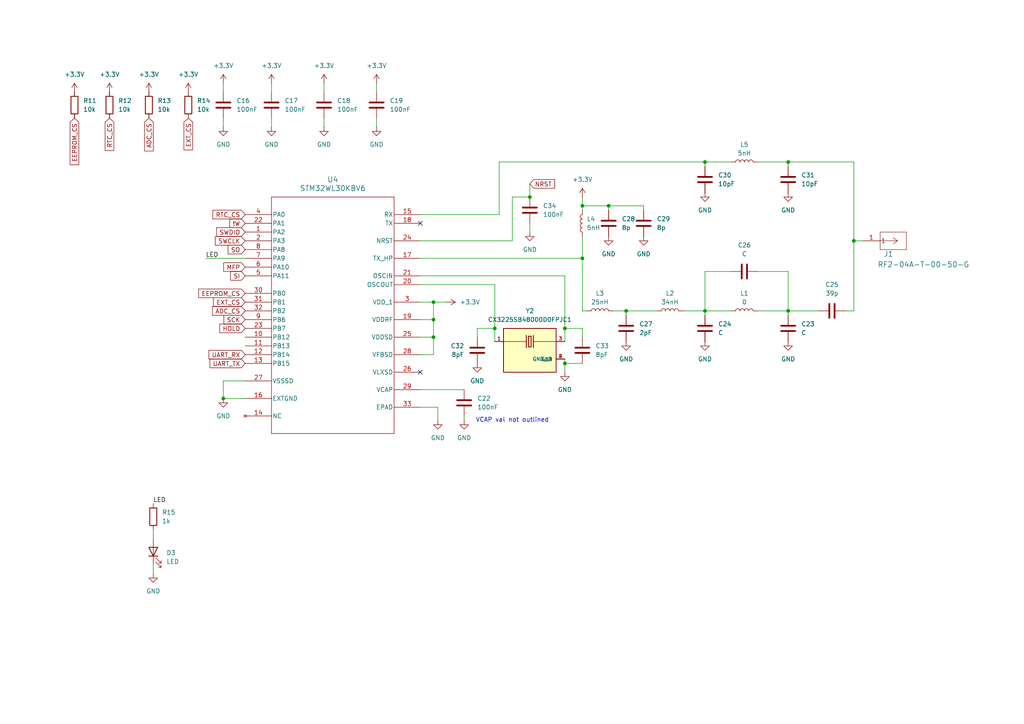
<source format=kicad_sch>
(kicad_sch (version 20250114) (generator "eeschema") (generator_version "9.0")
  (paper "A4")
  (lib_symbols
    (symbol "CX3225SB48000D0FPJC1:CX3225SB48000D0FPJC1" (pin_names (offset 1.016))
      (property "Reference" "Y" (at -7.6372 7.6315 0))
      (property "Value" "CX3225SB48000D0FPJC1" (at -7.6305 -8.8987 0))
      (symbol "CX3225SB48000D0FPJC1_0_0"
        (rectangle (start -7.62 -6.35) (end 7.62 6.35) (stroke (width 0.254)) (fill (type background)))
        (polyline (pts (xy -1.016 4.318) (xy -1.016 0.762)) (stroke (width 0.254)))
        (polyline (pts (xy -1.016 2.54) (xy -7.62 2.54)) (stroke (width 0.1524)))
        (polyline (pts (xy -0.381 4.064) (xy -0.381 1.016)) (stroke (width 0.254)))
        (polyline (pts (xy -0.381 1.016) (xy 0.381 1.016)) (stroke (width 0.254)))
        (polyline (pts (xy 0.381 4.064) (xy -0.381 4.064)) (stroke (width 0.254)))
        (polyline (pts (xy 0.381 1.016) (xy 0.381 4.064)) (stroke (width 0.254)))
        (polyline (pts (xy 1.016 4.318) (xy 1.016 0.762)) (stroke (width 0.254)))
        (polyline (pts (xy 1.016 2.54) (xy 7.62 2.54)) (stroke (width 0.1524)))
        (pin passive line (at -10.16 2.54 0) (length 2.54) (name "~") (number "1"))
        (pin passive line (at 10.16 2.54 180) (length 2.54) (name "~") (number "3"))
        (pin power_in line (at 10.16 -2.54 180) (length 2.54) (name "GND") (number "2"))
        (pin power_in line (at 10.16 -2.54 180) (length 2.54) (name "GND__1") (number "4"))
      )
    )
    (symbol "Device:C" (pin_numbers (hide yes)) (pin_names (offset 0.254))
      (property "Reference" "C" (at 0.635 2.54 0))
      (property "Value" "C" (at 0.635 -2.54 0))
      (symbol "C_0_1"
        (polyline (pts (xy -2.032 0.762) (xy 2.032 0.762)) (stroke (width 0.508)))
        (polyline (pts (xy -2.032 -0.762) (xy 2.032 -0.762)) (stroke (width 0.508)))
      )
      (symbol "C_1_1"
        (pin passive line (at 0 3.81 270) (length 2.794) (name "~") (number "1"))
        (pin passive line (at 0 -3.81 90) (length 2.794) (name "~") (number "2"))
      )
    )
    (symbol "Device:L" (pin_numbers (hide yes)) (pin_names (offset 1.016) (hide yes))
      (property "Reference" "L" (at -1.27 0 90))
      (property "Value" "L" (at 1.905 0 90))
      (symbol "L_0_1"
        (arc (start 0 2.54) (mid 0.6323 1.905) (end 0 1.27))
        (arc (start 0 1.27) (mid 0.6323 0.635) (end 0 0))
        (arc (start 0 0) (mid 0.6323 -0.635) (end 0 -1.27))
        (arc (start 0 -1.27) (mid 0.6323 -1.905) (end 0 -2.54))
      )
      (symbol "L_1_1"
        (pin passive line (at 0 3.81 270) (length 1.27) (name "1") (number "1"))
        (pin passive line (at 0 -3.81 90) (length 1.27) (name "2") (number "2"))
      )
    )
    (symbol "Device:LED" (pin_numbers (hide yes)) (pin_names (offset 1.016) (hide yes))
      (property "Reference" "D" (at 0 2.54 0))
      (property "Value" "LED" (at 0 -2.54 0))
      (symbol "LED_0_1"
        (polyline (pts (xy -3.048 -0.762) (xy -4.572 -2.286) (xy -3.81 -2.286) (xy -4.572 -2.286) (xy -4.572 -1.524)))
        (polyline (pts (xy -1.778 -0.762) (xy -3.302 -2.286) (xy -2.54 -2.286) (xy -3.302 -2.286) (xy -3.302 -1.524)))
        (polyline (pts (xy -1.27 0) (xy 1.27 0)))
        (polyline (pts (xy -1.27 -1.27) (xy -1.27 1.27)) (stroke (width 0.254)))
        (polyline (pts (xy 1.27 -1.27) (xy 1.27 1.27) (xy -1.27 0) (xy 1.27 -1.27)) (stroke (width 0.254)))
      )
      (symbol "LED_1_1"
        (pin passive line (at -3.81 0 0) (length 2.54) (name "K") (number "1"))
        (pin passive line (at 3.81 0 180) (length 2.54) (name "A") (number "2"))
      )
    )
    (symbol "Device:R" (pin_numbers (hide yes)) (pin_names (offset 0))
      (property "Reference" "R" (at 2.032 0 90))
      (property "Value" "R" (at 0 0 90))
      (symbol "R_0_1"
        (rectangle (start -1.016 -2.54) (end 1.016 2.54) (stroke (width 0.254)))
      )
      (symbol "R_1_1"
        (pin passive line (at 0 3.81 270) (length 1.27) (name "~") (number "1"))
        (pin passive line (at 0 -3.81 90) (length 1.27) (name "~") (number "2"))
      )
    )
    (symbol "RF2_04A_T_00_50_G:RF2-04A-T-00-50-G" (pin_names (offset 0.254))
      (property "Reference" "J" (at 8.89 6.35 0))
      (property "Value" "RF2-04A-T-00-50-G" (at 0 0 0))
      (symbol "RF2-04A-T-00-50-G_1_1"
        (polyline (pts (xy 5.08 2.54) (xy 5.08 -2.54)) (stroke (width 0.127)))
        (polyline (pts (xy 5.08 -2.54) (xy 12.7 -2.54)) (stroke (width 0.127)))
        (polyline (pts (xy 10.16 0) (xy 5.08 0)) (stroke (width 0.127)))
        (polyline (pts (xy 10.16 0) (xy 8.89 0.8467)) (stroke (width 0.127)))
        (polyline (pts (xy 10.16 0) (xy 8.89 -0.8467)) (stroke (width 0.127)))
        (polyline (pts (xy 12.7 2.54) (xy 5.08 2.54)) (stroke (width 0.127)))
        (polyline (pts (xy 12.7 -2.54) (xy 12.7 2.54)) (stroke (width 0.127)))
        (pin unspecified line (at 0 0 0) (length 5.08) (name "1") (number "1"))
      )
      (symbol "RF2-04A-T-00-50-G_1_2"
        (polyline (pts (xy 5.08 2.54) (xy 5.08 -2.54)) (stroke (width 0.127)))
        (polyline (pts (xy 5.08 -2.54) (xy 12.7 -2.54)) (stroke (width 0.127)))
        (polyline (pts (xy 7.62 0) (xy 5.08 0)) (stroke (width 0.127)))
        (polyline (pts (xy 7.62 0) (xy 8.89 0.8467)) (stroke (width 0.127)))
        (polyline (pts (xy 7.62 0) (xy 8.89 -0.8467)) (stroke (width 0.127)))
        (polyline (pts (xy 12.7 2.54) (xy 5.08 2.54)) (stroke (width 0.127)))
        (polyline (pts (xy 12.7 -2.54) (xy 12.7 2.54)) (stroke (width 0.127)))
        (pin unspecified line (at 0 0 0) (length 5.08) (name "1") (number "1"))
      )
    )
    (symbol "STM32WL30KBV6:STM32WL30KBV6" (pin_names (offset 0.254))
      (property "Reference" "U" (at 25.4 10.16 0))
      (property "Value" "STM32WL30KBV6" (at 25.4 7.62 0))
      (symbol "STM32WL30KBV6_0_1"
        (polyline (pts (xy 7.62 5.08) (xy 7.62 -63.5)))
        (polyline (pts (xy 7.62 -63.5) (xy 43.18 -63.5)))
        (polyline (pts (xy 43.18 5.08) (xy 7.62 5.08)))
        (polyline (pts (xy 43.18 -63.5) (xy 43.18 5.08)))
        (pin bidirectional line (at 0 0 0) (length 7.62) (name "PA0") (number "4"))
        (pin bidirectional line (at 0 -2.54 0) (length 7.62) (name "PA1") (number "22"))
        (pin bidirectional line (at 0 -5.08 0) (length 7.62) (name "PA2") (number "1"))
        (pin bidirectional line (at 0 -7.62 0) (length 7.62) (name "PA3") (number "2"))
        (pin bidirectional line (at 0 -10.16 0) (length 7.62) (name "PA8") (number "8"))
        (pin bidirectional line (at 0 -12.7 0) (length 7.62) (name "PA9") (number "7"))
        (pin bidirectional line (at 0 -15.24 0) (length 7.62) (name "PA10") (number "6"))
        (pin bidirectional line (at 0 -17.78 0) (length 7.62) (name "PA11") (number "5"))
        (pin bidirectional line (at 0 -22.86 0) (length 7.62) (name "PB0") (number "30"))
        (pin bidirectional line (at 0 -25.4 0) (length 7.62) (name "PB1") (number "31"))
        (pin bidirectional line (at 0 -27.94 0) (length 7.62) (name "PB2") (number "32"))
        (pin bidirectional line (at 0 -30.48 0) (length 7.62) (name "PB6") (number "9"))
        (pin bidirectional line (at 0 -33.02 0) (length 7.62) (name "PB7") (number "23"))
        (pin bidirectional line (at 0 -35.56 0) (length 7.62) (name "PB12") (number "10"))
        (pin bidirectional line (at 0 -38.1 0) (length 7.62) (name "PB13") (number "11"))
        (pin bidirectional line (at 0 -40.64 0) (length 7.62) (name "PB14") (number "12"))
        (pin bidirectional line (at 0 -43.18 0) (length 7.62) (name "PB15") (number "13"))
        (pin power_in line (at 0 -48.26 0) (length 7.62) (name "VSSSD") (number "27"))
        (pin power_in line (at 0 -53.34 0) (length 7.62) (name "EXTGND") (number "16"))
        (pin no_connect line (at 0 -58.42 0) (length 7.62) (name "NC") (number "14"))
        (pin unspecified line (at 50.8 0 180) (length 7.62) (name "RX") (number "15"))
        (pin unspecified line (at 50.8 -2.54 180) (length 7.62) (name "TX") (number "18"))
        (pin bidirectional line (at 50.8 -7.62 180) (length 7.62) (name "NRST") (number "24"))
        (pin unspecified line (at 50.8 -12.7 180) (length 7.62) (name "TX_HP") (number "17"))
        (pin input line (at 50.8 -17.78 180) (length 7.62) (name "OSCIN") (number "21"))
        (pin output line (at 50.8 -20.32 180) (length 7.62) (name "OSCOUT") (number "20"))
        (pin power_in line (at 50.8 -25.4 180) (length 7.62) (name "VDD_1") (number "3"))
        (pin power_in line (at 50.8 -30.48 180) (length 7.62) (name "VDDRF") (number "19"))
        (pin power_in line (at 50.8 -35.56 180) (length 7.62) (name "VDDSD") (number "25"))
        (pin power_in line (at 50.8 -40.64 180) (length 7.62) (name "VFBSD") (number "28"))
        (pin power_in line (at 50.8 -45.72 180) (length 7.62) (name "VLXSD") (number "26"))
        (pin power_in line (at 50.8 -50.8 180) (length 7.62) (name "VCAP") (number "29"))
        (pin unspecified line (at 50.8 -55.88 180) (length 7.62) (name "EPAD") (number "33"))
      )
    )
    (symbol "power:+3.3V" (power) (pin_numbers (hide yes)) (pin_names (offset 0) (hide yes))
      (property "Value" "+3.3V" (at 0 3.556 0))
      (symbol "+3.3V_0_1"
        (polyline (pts (xy -0.762 1.27) (xy 0 2.54)))
        (polyline (pts (xy 0 2.54) (xy 0.762 1.27)))
        (polyline (pts (xy 0 0) (xy 0 2.54)))
      )
      (symbol "+3.3V_1_1"
        (pin power_in line (at 0 0 90) (length 0) (name "~") (number "1"))
      )
    )
    (symbol "power:GND" (power) (pin_numbers (hide yes)) (pin_names (offset 0) (hide yes))
      (property "Value" "GND" (at 0 -3.81 0))
      (symbol "GND_0_1"
        (polyline (pts (xy 0 0) (xy 0 -1.27) (xy 1.27 -1.27) (xy 0 -2.54) (xy -1.27 -1.27) (xy 0 -1.27)))
      )
      (symbol "GND_1_1"
        (pin power_in line (at 0 0 270) (length 0) (name "~") (number "1"))
      )
    )
  )
  (text "VCAP val not outlined" (at 148.59 121.92 0) (effects (font (size 1.27 1.27))))
  (junction (at 247.65 69.85))
  (junction (at 168.91 59.69))
  (junction (at 153.67 57.15))
  (junction (at 163.83 105.41))
  (junction (at 125.73 92.71))
  (junction (at 228.6 90.17))
  (junction (at 181.61 90.17))
  (junction (at 125.73 87.63))
  (junction (at 64.77 115.57))
  (junction (at 143.51 95.25))
  (junction (at 168.91 74.93))
  (junction (at 228.6 46.99))
  (junction (at 163.83 95.25))
  (junction (at 204.47 90.17))
  (junction (at 176.53 59.69))
  (junction (at 125.73 97.79))
  (junction (at 204.47 46.99))
  (no_connect (at 121.92 107.95))
  (no_connect (at 121.92 64.77))
  (wire (pts (xy 109.22 24.13) (xy 109.22 26.67)))
  (wire (pts (xy 204.47 90.17) (xy 212.09 90.17)))
  (wire (pts (xy 121.92 118.11) (xy 127 118.11)))
  (wire (pts (xy 168.91 90.17) (xy 170.18 90.17)))
  (wire (pts (xy 125.73 102.87) (xy 121.92 102.87)))
  (wire (pts (xy 153.67 64.77) (xy 153.67 67.31)))
  (wire (pts (xy 176.53 60.96) (xy 176.53 59.69)))
  (wire (pts (xy 153.67 53.34) (xy 153.67 57.15)))
  (wire (pts (xy 138.43 97.79) (xy 138.43 95.25)))
  (wire (pts (xy 204.47 90.17) (xy 204.47 91.44)))
  (wire (pts (xy 168.91 90.17) (xy 168.91 74.93)))
  (wire (pts (xy 247.65 69.85) (xy 247.65 46.99)))
  (wire (pts (xy 44.45 153.67) (xy 44.45 156.21)))
  (wire (pts (xy 93.98 34.29) (xy 93.98 36.83)))
  (wire (pts (xy 121.92 113.03) (xy 134.62 113.03)))
  (wire (pts (xy 163.83 80.01) (xy 163.83 95.25)))
  (wire (pts (xy 143.51 95.25) (xy 143.51 82.55)))
  (wire (pts (xy 138.43 95.25) (xy 143.51 95.25)))
  (wire (pts (xy 148.59 57.15) (xy 148.59 69.85)))
  (wire (pts (xy 143.51 99.06) (xy 143.51 95.25)))
  (wire (pts (xy 127 118.11) (xy 127 121.92)))
  (wire (pts (xy 228.6 90.17) (xy 237.49 90.17)))
  (wire (pts (xy 148.59 57.15) (xy 153.67 57.15)))
  (wire (pts (xy 93.98 24.13) (xy 93.98 26.67)))
  (wire (pts (xy 64.77 24.13) (xy 64.77 26.67)))
  (wire (pts (xy 134.62 120.65) (xy 134.62 121.92)))
  (wire (pts (xy 78.74 24.13) (xy 78.74 26.67)))
  (wire (pts (xy 247.65 90.17) (xy 247.65 69.85)))
  (wire (pts (xy 148.59 69.85) (xy 121.92 69.85)))
  (wire (pts (xy 168.91 57.15) (xy 168.91 59.69)))
  (wire (pts (xy 64.77 34.29) (xy 64.77 36.83)))
  (wire (pts (xy 168.91 97.79) (xy 168.91 95.25)))
  (wire (pts (xy 59.69 74.93) (xy 71.12 74.93)))
  (wire (pts (xy 109.22 34.29) (xy 109.22 36.83)))
  (wire (pts (xy 190.5 90.17) (xy 181.61 90.17)))
  (wire (pts (xy 125.73 97.79) (xy 125.73 102.87)))
  (wire (pts (xy 212.09 78.74) (xy 204.47 78.74)))
  (wire (pts (xy 125.73 97.79) (xy 121.92 97.79)))
  (wire (pts (xy 228.6 46.99) (xy 228.6 48.26)))
  (wire (pts (xy 247.65 69.85) (xy 250.19 69.85)))
  (wire (pts (xy 204.47 46.99) (xy 212.09 46.99)))
  (wire (pts (xy 168.91 59.69) (xy 176.53 59.69)))
  (wire (pts (xy 71.12 110.49) (xy 64.77 110.49)))
  (wire (pts (xy 168.91 74.93) (xy 121.92 74.93)))
  (wire (pts (xy 163.83 105.41) (xy 163.83 104.14)))
  (wire (pts (xy 144.78 62.23) (xy 144.78 46.99)))
  (wire (pts (xy 121.92 87.63) (xy 125.73 87.63)))
  (wire (pts (xy 64.77 115.57) (xy 71.12 115.57)))
  (wire (pts (xy 163.83 80.01) (xy 121.92 80.01)))
  (wire (pts (xy 121.92 62.23) (xy 144.78 62.23)))
  (wire (pts (xy 204.47 78.74) (xy 204.47 90.17)))
  (wire (pts (xy 228.6 78.74) (xy 228.6 90.17)))
  (wire (pts (xy 168.91 68.58) (xy 168.91 74.93)))
  (wire (pts (xy 44.45 166.37) (xy 44.45 163.83)))
  (wire (pts (xy 198.12 90.17) (xy 204.47 90.17)))
  (wire (pts (xy 144.78 46.99) (xy 204.47 46.99)))
  (wire (pts (xy 168.91 95.25) (xy 163.83 95.25)))
  (wire (pts (xy 163.83 107.95) (xy 163.83 105.41)))
  (wire (pts (xy 186.69 59.69) (xy 176.53 59.69)))
  (wire (pts (xy 125.73 92.71) (xy 125.73 97.79)))
  (wire (pts (xy 125.73 87.63) (xy 129.54 87.63)))
  (wire (pts (xy 219.71 90.17) (xy 228.6 90.17)))
  (wire (pts (xy 219.71 46.99) (xy 228.6 46.99)))
  (wire (pts (xy 186.69 60.96) (xy 186.69 59.69)))
  (wire (pts (xy 247.65 46.99) (xy 228.6 46.99)))
  (wire (pts (xy 143.51 82.55) (xy 121.92 82.55)))
  (wire (pts (xy 121.92 92.71) (xy 125.73 92.71)))
  (wire (pts (xy 64.77 110.49) (xy 64.77 115.57)))
  (wire (pts (xy 204.47 46.99) (xy 204.47 48.26)))
  (wire (pts (xy 177.8 90.17) (xy 181.61 90.17)))
  (wire (pts (xy 245.11 90.17) (xy 247.65 90.17)))
  (wire (pts (xy 125.73 92.71) (xy 125.73 87.63)))
  (wire (pts (xy 181.61 90.17) (xy 181.61 91.44)))
  (wire (pts (xy 219.71 78.74) (xy 228.6 78.74)))
  (wire (pts (xy 168.91 59.69) (xy 168.91 60.96)))
  (wire (pts (xy 163.83 99.06) (xy 163.83 95.25)))
  (wire (pts (xy 78.74 34.29) (xy 78.74 36.83)))
  (wire (pts (xy 228.6 90.17) (xy 228.6 91.44)))
  (wire (pts (xy 163.83 105.41) (xy 168.91 105.41)))
  (label "LED" (at 59.69 74.93 0))
  (label "LED" (at 44.45 146.05 0))
  (global_label "SO" (shape input) (at 71.12 72.39 180) (property "Intersheetrefs" "${INTERSHEET_REFS}" (effects (hide yes))))
  (global_label "EEPROM_CS" (shape input) (at 21.59 34.29 270) (property "Intersheetrefs" "${INTERSHEET_REFS}" (effects (hide yes))))
  (global_label "UART_RX" (shape input) (at 71.12 102.87 180) (property "Intersheetrefs" "${INTERSHEET_REFS}" (effects (hide yes))))
  (global_label "SWCLK" (shape input) (at 71.12 69.85 180) (property "Intersheetrefs" "${INTERSHEET_REFS}" (effects (hide yes))))
  (global_label "ADC_CS" (shape input) (at 43.18 34.29 270) (property "Intersheetrefs" "${INTERSHEET_REFS}" (effects (hide yes))))
  (global_label "EXT_CS" (shape input) (at 54.61 34.29 270) (property "Intersheetrefs" "${INTERSHEET_REFS}" (effects (hide yes))))
  (global_label "HOLD" (shape input) (at 71.12 95.25 180) (property "Intersheetrefs" "${INTERSHEET_REFS}" (effects (hide yes))))
  (global_label "MFP" (shape input) (at 71.12 77.47 180) (property "Intersheetrefs" "${INTERSHEET_REFS}" (effects (hide yes))))
  (global_label "RTC_CS" (shape input) (at 31.75 34.29 270) (property "Intersheetrefs" "${INTERSHEET_REFS}" (effects (hide yes))))
  (global_label "SI" (shape input) (at 71.12 80.01 180) (property "Intersheetrefs" "${INTERSHEET_REFS}" (effects (hide yes))))
  (global_label "SWDIO" (shape input) (at 71.12 67.31 180) (property "Intersheetrefs" "${INTERSHEET_REFS}" (effects (hide yes))))
  (global_label "UART_TX" (shape input) (at 71.12 105.41 180) (property "Intersheetrefs" "${INTERSHEET_REFS}" (effects (hide yes))))
  (global_label "EEPROM_CS" (shape input) (at 71.12 85.09 180) (property "Intersheetrefs" "${INTERSHEET_REFS}" (effects (hide yes))))
  (global_label "ADC_CS" (shape input) (at 71.12 90.17 180) (property "Intersheetrefs" "${INTERSHEET_REFS}" (effects (hide yes))))
  (global_label "!W" (shape input) (at 71.12 64.77 180) (property "Intersheetrefs" "${INTERSHEET_REFS}" (effects (hide yes))))
  (global_label "RTC_CS" (shape input) (at 71.12 62.23 180) (property "Intersheetrefs" "${INTERSHEET_REFS}" (effects (hide yes))))
  (global_label "EXT_CS" (shape input) (at 71.12 87.63 180) (property "Intersheetrefs" "${INTERSHEET_REFS}" (effects (hide yes))))
  (global_label "SCK" (shape input) (at 71.12 92.71 180) (property "Intersheetrefs" "${INTERSHEET_REFS}" (effects (hide yes))))
  (global_label "NRST" (shape input) (at 153.67 53.34 0) (property "Intersheetrefs" "${INTERSHEET_REFS}" (effects (hide yes))))
  (symbol (lib_id "Device:R") (at 54.61 30.48 0) (unit 1)
    (property "Reference" "R14" (at 57.15 29.2099 0) (effects (justify left)))
    (property "Value" "10k" (at 57.15 31.7499 0) (effects (justify left)))
    (property "Footprint" "Resistor_SMD:R_0603_1608Metric_Pad0.98x0.95mm_HandSolder" (effects (hide yes)))
    (property "Description" "Resistor" (effects (hide yes)))
  )
  (symbol (lib_id "Device:C") (at 215.9 78.74 90) (unit 1)
    (property "Reference" "C26" (at 215.9 71.12 90))
    (property "Value" "C" (at 215.9 73.66 90))
    (property "Footprint" "Capacitor_SMD:C_0603_1608Metric_Pad1.08x0.95mm_HandSolder" (effects (hide yes)))
    (property "Description" "Unpolarized capacitor" (effects (hide yes)))
  )
  (symbol (lib_id "power:+3.3V") (at 21.59 26.67 0) (unit 1)
    (property "Reference" "#PWR061" (effects (hide yes)))
    (property "Value" "+3.3V" (at 21.59 21.59 0))
    (property "Description" "Power symbol creates a global label with name \"+3.3V\"" (effects (hide yes)))
  )
  (symbol (lib_id "Device:C") (at 204.47 52.07 0) (unit 1)
    (property "Reference" "C30" (at 208.28 50.7999 0) (effects (justify left)))
    (property "Value" "10pF" (at 208.28 53.3399 0) (effects (justify left)))
    (property "Footprint" "Capacitor_SMD:C_0603_1608Metric_Pad1.08x0.95mm_HandSolder" (effects (hide yes)))
    (property "Description" "Unpolarized capacitor" (effects (hide yes)))
  )
  (symbol (lib_id "power:GND") (at 93.98 36.83 0) (unit 1)
    (property "Reference" "#PWR040" (effects (hide yes)))
    (property "Value" "GND" (at 93.98 41.91 0))
    (property "Description" "Power symbol creates a global label with name \"GND\" , ground" (effects (hide yes)))
  )
  (symbol (lib_id "power:+3.3V") (at 93.98 24.13 0) (unit 1)
    (property "Reference" "#PWR039" (effects (hide yes)))
    (property "Value" "+3.3V" (at 93.98 19.05 0))
    (property "Description" "Power symbol creates a global label with name \"+3.3V\"" (effects (hide yes)))
  )
  (symbol (lib_id "power:GND") (at 153.67 67.31 0) (unit 1)
    (property "Reference" "#PWR082" (effects (hide yes)))
    (property "Value" "GND" (at 153.67 72.39 0))
    (property "Description" "Power symbol creates a global label with name \"GND\" , ground" (effects (hide yes)))
  )
  (symbol (lib_id "Device:R") (at 21.59 30.48 0) (unit 1)
    (property "Reference" "R11" (at 24.13 29.2099 0) (effects (justify left)))
    (property "Value" "10k" (at 24.13 31.7499 0) (effects (justify left)))
    (property "Footprint" "Resistor_SMD:R_0603_1608Metric_Pad0.98x0.95mm_HandSolder" (effects (hide yes)))
    (property "Description" "Resistor" (effects (hide yes)))
  )
  (symbol (lib_id "Device:C") (at 134.62 116.84 0) (unit 1)
    (property "Reference" "C22" (at 138.43 115.5699 0) (effects (justify left)))
    (property "Value" "100nF" (at 138.43 118.1099 0) (effects (justify left)))
    (property "Footprint" "Capacitor_SMD:C_0603_1608Metric_Pad1.08x0.95mm_HandSolder" (effects (hide yes)))
    (property "Description" "Unpolarized capacitor" (effects (hide yes)))
  )
  (symbol (lib_id "power:+3.3V") (at 64.77 24.13 0) (unit 1)
    (property "Reference" "#PWR035" (effects (hide yes)))
    (property "Value" "+3.3V" (at 64.77 19.05 0))
    (property "Description" "Power symbol creates a global label with name \"+3.3V\"" (effects (hide yes)))
  )
  (symbol (lib_id "Device:R") (at 43.18 30.48 0) (unit 1)
    (property "Reference" "R13" (at 45.72 29.2099 0) (effects (justify left)))
    (property "Value" "10k" (at 45.72 31.7499 0) (effects (justify left)))
    (property "Footprint" "Resistor_SMD:R_0603_1608Metric_Pad0.98x0.95mm_HandSolder" (effects (hide yes)))
    (property "Description" "Resistor" (effects (hide yes)))
  )
  (symbol (lib_id "CX3225SB48000D0FPJC1:CX3225SB48000D0FPJC1") (at 153.67 101.6 0) (unit 1)
    (property "Reference" "Y2" (at 153.67 90.17 0))
    (property "Value" "CX3225SB48000D0FPJC1" (at 153.67 92.71 0))
    (property "Footprint" "Footprints:OSCCC320X250X60N" (effects (hide yes)))
    (property "MF" "Kyocera International" (effects (hide yes)))
    (property "DESCRIPTION" "Crystal 25.0000mhz 8pf Smd" (effects (hide yes)))
    (property "PACKAGE" "SMD-4 AVX / Kyocera" (effects (hide yes)))
    (property "PRICE" "None" (effects (hide yes)))
    (property "STANDARD" "IPC-7351B" (effects (hide yes)))
    (property "PARTREV" "N/A" (effects (hide yes)))
    (property "MP" "CX3225SB25000D0FPLCC" (effects (hide yes)))
    (property "AVAILABILITY" "Unavailable" (effects (hide yes)))
  )
  (symbol (lib_id "Device:C") (at 109.22 30.48 0) (unit 1)
    (property "Reference" "C19" (at 113.03 29.2099 0) (effects (justify left)))
    (property "Value" "100nF" (at 113.03 31.7499 0) (effects (justify left)))
    (property "Footprint" "Capacitor_SMD:C_0603_1608Metric_Pad1.08x0.95mm_HandSolder" (effects (hide yes)))
    (property "Description" "Unpolarized capacitor" (effects (hide yes)))
  )
  (symbol (lib_id "power:+3.3V") (at 43.18 26.67 0) (unit 1)
    (property "Reference" "#PWR063" (effects (hide yes)))
    (property "Value" "+3.3V" (at 43.18 21.59 0))
    (property "Description" "Power symbol creates a global label with name \"+3.3V\"" (effects (hide yes)))
  )
  (symbol (lib_id "power:GND") (at 64.77 36.83 0) (unit 1)
    (property "Reference" "#PWR036" (effects (hide yes)))
    (property "Value" "GND" (at 64.77 41.91 0))
    (property "Description" "Power symbol creates a global label with name \"GND\" , ground" (effects (hide yes)))
  )
  (symbol (lib_id "Device:L") (at 173.99 90.17 90) (unit 1)
    (property "Reference" "L3" (at 173.99 85.09 90))
    (property "Value" "25nH" (at 173.99 87.63 90))
    (property "Footprint" "Inductor_SMD:L_0603_1608Metric_Pad1.05x0.95mm_HandSolder" (effects (hide yes)))
    (property "Description" "Inductor" (effects (hide yes)))
  )
  (symbol (lib_id "Device:C") (at 93.98 30.48 0) (unit 1)
    (property "Reference" "C18" (at 97.79 29.2099 0) (effects (justify left)))
    (property "Value" "100nF" (at 97.79 31.7499 0) (effects (justify left)))
    (property "Footprint" "Capacitor_SMD:C_0603_1608Metric_Pad1.08x0.95mm_HandSolder" (effects (hide yes)))
    (property "Description" "Unpolarized capacitor" (effects (hide yes)))
  )
  (symbol (lib_id "power:GND") (at 204.47 99.06 0) (unit 1)
    (property "Reference" "#PWR051" (effects (hide yes)))
    (property "Value" "GND" (at 204.47 104.14 0))
    (property "Description" "Power symbol creates a global label with name \"GND\" , ground" (effects (hide yes)))
  )
  (symbol (lib_id "power:GND") (at 163.83 107.95 0) (unit 1)
    (property "Reference" "#PWR059" (effects (hide yes)))
    (property "Value" "GND" (at 163.83 113.03 0))
    (property "Description" "Power symbol creates a global label with name \"GND\" , ground" (effects (hide yes)))
  )
  (symbol (lib_id "Device:R") (at 31.75 30.48 0) (unit 1)
    (property "Reference" "R12" (at 34.29 29.2099 0) (effects (justify left)))
    (property "Value" "10k" (at 34.29 31.7499 0) (effects (justify left)))
    (property "Footprint" "Resistor_SMD:R_0603_1608Metric_Pad0.98x0.95mm_HandSolder" (effects (hide yes)))
    (property "Description" "Resistor" (effects (hide yes)))
  )
  (symbol (lib_id "Device:C") (at 204.47 95.25 0) (unit 1)
    (property "Reference" "C24" (at 208.28 93.9799 0) (effects (justify left)))
    (property "Value" "C" (at 208.28 96.5199 0) (effects (justify left)))
    (property "Footprint" "Capacitor_SMD:C_0603_1608Metric_Pad1.08x0.95mm_HandSolder" (effects (hide yes)))
    (property "Description" "Unpolarized capacitor" (effects (hide yes)))
  )
  (symbol (lib_id "power:GND") (at 181.61 99.06 0) (unit 1)
    (property "Reference" "#PWR050" (effects (hide yes)))
    (property "Value" "GND" (at 181.61 104.14 0))
    (property "Description" "Power symbol creates a global label with name \"GND\" , ground" (effects (hide yes)))
  )
  (symbol (lib_id "power:GND") (at 186.69 68.58 0) (unit 1)
    (property "Reference" "#PWR053" (effects (hide yes)))
    (property "Value" "GND" (at 186.69 73.66 0))
    (property "Description" "Power symbol creates a global label with name \"GND\" , ground" (effects (hide yes)))
  )
  (symbol (lib_id "power:GND") (at 228.6 55.88 0) (unit 1)
    (property "Reference" "#PWR057" (effects (hide yes)))
    (property "Value" "GND" (at 228.6 60.96 0))
    (property "Description" "Power symbol creates a global label with name \"GND\" , ground" (effects (hide yes)))
  )
  (symbol (lib_id "Device:L") (at 194.31 90.17 90) (unit 1)
    (property "Reference" "L2" (at 194.31 85.09 90))
    (property "Value" "34nH" (at 194.31 87.63 90))
    (property "Footprint" "Inductor_SMD:L_0603_1608Metric_Pad1.05x0.95mm_HandSolder" (effects (hide yes)))
    (property "Description" "Inductor" (effects (hide yes)))
  )
  (symbol (lib_id "Device:C") (at 186.69 64.77 0) (unit 1)
    (property "Reference" "C29" (at 190.5 63.4999 0) (effects (justify left)))
    (property "Value" "8p" (at 190.5 66.0399 0) (effects (justify left)))
    (property "Footprint" "Capacitor_SMD:C_0603_1608Metric_Pad1.08x0.95mm_HandSolder" (effects (hide yes)))
    (property "Description" "Unpolarized capacitor" (effects (hide yes)))
  )
  (symbol (lib_id "power:+3.3V") (at 168.91 57.15 0) (unit 1)
    (property "Reference" "#PWR055" (effects (hide yes)))
    (property "Value" "+3.3V" (at 168.91 52.07 0))
    (property "Description" "Power symbol creates a global label with name \"+3.3V\"" (effects (hide yes)))
  )
  (symbol (lib_id "Device:C") (at 138.43 101.6 0) (mirror y) (unit 1)
    (property "Reference" "C32" (at 134.62 100.3299 0) (effects (justify left)))
    (property "Value" "8pF" (at 134.62 102.8699 0) (effects (justify left)))
    (property "Footprint" "Capacitor_SMD:C_0603_1608Metric_Pad1.08x0.95mm_HandSolder" (effects (hide yes)))
    (property "Description" "Unpolarized capacitor" (effects (hide yes)))
  )
  (symbol (lib_id "Device:R") (at 44.45 149.86 0) (unit 1)
    (property "Reference" "R15" (at 46.99 148.5899 0) (effects (justify left)))
    (property "Value" "1k" (at 46.99 151.1299 0) (effects (justify left)))
    (property "Footprint" "Resistor_SMD:R_0603_1608Metric_Pad0.98x0.95mm_HandSolder" (effects (hide yes)))
    (property "Description" "Resistor" (effects (hide yes)))
  )
  (symbol (lib_id "power:GND") (at 78.74 36.83 0) (unit 1)
    (property "Reference" "#PWR038" (effects (hide yes)))
    (property "Value" "GND" (at 78.74 41.91 0))
    (property "Description" "Power symbol creates a global label with name \"GND\" , ground" (effects (hide yes)))
  )
  (symbol (lib_id "power:GND") (at 44.45 166.37 0) (unit 1)
    (property "Reference" "#PWR083" (effects (hide yes)))
    (property "Value" "GND" (at 44.45 171.45 0))
    (property "Description" "Power symbol creates a global label with name \"GND\" , ground" (effects (hide yes)))
  )
  (symbol (lib_id "power:+3.3V") (at 54.61 26.67 0) (unit 1)
    (property "Reference" "#PWR064" (effects (hide yes)))
    (property "Value" "+3.3V" (at 54.61 21.59 0))
    (property "Description" "Power symbol creates a global label with name \"+3.3V\"" (effects (hide yes)))
  )
  (symbol (lib_id "power:GND") (at 138.43 105.41 0) (unit 1)
    (property "Reference" "#PWR060" (effects (hide yes)))
    (property "Value" "GND" (at 138.43 110.49 0))
    (property "Description" "Power symbol creates a global label with name \"GND\" , ground" (effects (hide yes)))
  )
  (symbol (lib_id "Device:C") (at 64.77 30.48 0) (unit 1)
    (property "Reference" "C16" (at 68.58 29.2099 0) (effects (justify left)))
    (property "Value" "100nF" (at 68.58 31.7499 0) (effects (justify left)))
    (property "Footprint" "Capacitor_SMD:C_0603_1608Metric_Pad1.08x0.95mm_HandSolder" (effects (hide yes)))
    (property "Description" "Unpolarized capacitor" (effects (hide yes)))
  )
  (symbol (lib_id "power:+3.3V") (at 78.74 24.13 0) (unit 1)
    (property "Reference" "#PWR037" (effects (hide yes)))
    (property "Value" "+3.3V" (at 78.74 19.05 0))
    (property "Description" "Power symbol creates a global label with name \"+3.3V\"" (effects (hide yes)))
  )
  (symbol (lib_id "STM32WL30KBV6:STM32WL30KBV6") (at 71.12 62.23 0) (unit 1)
    (property "Reference" "U4" (at 96.52 52.07 0) (effects (font (size 1.524 1.524))))
    (property "Value" "STM32WL30KBV6" (at 96.52 54.61 0) (effects (font (size 1.524 1.524))))
    (property "Footprint" "Footprints:STM32WL30KBV6-L" (effects (hide yes)))
    (property "Datasheet" "https://www.st.com/resource/en/datasheet/stm32wl30k8.pdf" (effects (hide yes)))
  )
  (symbol (lib_id "power:GND") (at 228.6 99.06 0) (unit 1)
    (property "Reference" "#PWR052" (effects (hide yes)))
    (property "Value" "GND" (at 228.6 104.14 0))
    (property "Description" "Power symbol creates a global label with name \"GND\" , ground" (effects (hide yes)))
  )
  (symbol (lib_id "RF2_04A_T_00_50_G:RF2-04A-T-00-50-G") (at 250.19 69.85 0) (unit 1)
    (property "Reference" "J1" (at 256.286 73.66 0) (effects (font (size 1.524 1.524)) (justify left)))
    (property "Value" "RF2-04A-T-00-50-G" (at 254.508 76.708 0) (effects (font (size 1.524 1.524)) (justify left)))
    (property "Footprint" "Footprints:CONN_RF2-04A-T-00-50-G_ADM" (effects (hide yes)))
    (property "Datasheet" "RF2-04A-T-00-50-G" (effects (hide yes)))
  )
  (symbol (lib_id "Device:C") (at 168.91 101.6 0) (unit 1)
    (property "Reference" "C33" (at 172.72 100.3299 0) (effects (justify left)))
    (property "Value" "8pF" (at 172.72 102.8699 0) (effects (justify left)))
    (property "Footprint" "Capacitor_SMD:C_0603_1608Metric_Pad1.08x0.95mm_HandSolder" (effects (hide yes)))
    (property "Description" "Unpolarized capacitor" (effects (hide yes)))
  )
  (symbol (lib_id "Device:L") (at 168.91 64.77 180) (unit 1)
    (property "Reference" "L4" (at 170.18 63.4999 0) (effects (justify right)))
    (property "Value" "5nH" (at 170.18 66.0399 0) (effects (justify right)))
    (property "Footprint" "Inductor_SMD:L_0603_1608Metric_Pad1.05x0.95mm_HandSolder" (effects (hide yes)))
    (property "Description" "Inductor" (effects (hide yes)))
  )
  (symbol (lib_id "Device:L") (at 215.9 46.99 90) (unit 1)
    (property "Reference" "L5" (at 215.9 41.91 90))
    (property "Value" "5nH" (at 215.9 44.45 90))
    (property "Footprint" "Inductor_SMD:L_0603_1608Metric_Pad1.05x0.95mm_HandSolder" (effects (hide yes)))
    (property "Description" "Inductor" (effects (hide yes)))
  )
  (symbol (lib_id "power:GND") (at 204.47 55.88 0) (unit 1)
    (property "Reference" "#PWR056" (effects (hide yes)))
    (property "Value" "GND" (at 204.47 60.96 0))
    (property "Description" "Power symbol creates a global label with name \"GND\" , ground" (effects (hide yes)))
  )
  (symbol (lib_id "power:GND") (at 64.77 115.57 0) (unit 1)
    (property "Reference" "#PWR049" (effects (hide yes)))
    (property "Value" "GND" (at 64.77 120.65 0))
    (property "Description" "Power symbol creates a global label with name \"GND\" , ground" (effects (hide yes)))
  )
  (symbol (lib_id "power:+3.3V") (at 129.54 87.63 270) (unit 1)
    (property "Reference" "#PWR058" (effects (hide yes)))
    (property "Value" "+3.3V" (at 133.35 87.6299 90) (effects (justify left)))
    (property "Description" "Power symbol creates a global label with name \"+3.3V\"" (effects (hide yes)))
  )
  (symbol (lib_id "power:+3.3V") (at 31.75 26.67 0) (unit 1)
    (property "Reference" "#PWR062" (effects (hide yes)))
    (property "Value" "+3.3V" (at 31.75 21.59 0))
    (property "Description" "Power symbol creates a global label with name \"+3.3V\"" (effects (hide yes)))
  )
  (symbol (lib_id "Device:C") (at 228.6 95.25 0) (unit 1)
    (property "Reference" "C23" (at 232.41 93.9799 0) (effects (justify left)))
    (property "Value" "C" (at 232.41 96.5199 0) (effects (justify left)))
    (property "Footprint" "Capacitor_SMD:C_0603_1608Metric_Pad1.08x0.95mm_HandSolder" (effects (hide yes)))
    (property "Description" "Unpolarized capacitor" (effects (hide yes)))
  )
  (symbol (lib_id "Device:C") (at 228.6 52.07 0) (unit 1)
    (property "Reference" "C31" (at 232.41 50.7999 0) (effects (justify left)))
    (property "Value" "10pF" (at 232.41 53.3399 0) (effects (justify left)))
    (property "Footprint" "Capacitor_SMD:C_0603_1608Metric_Pad1.08x0.95mm_HandSolder" (effects (hide yes)))
    (property "Description" "Unpolarized capacitor" (effects (hide yes)))
  )
  (symbol (lib_id "power:GND") (at 176.53 68.58 0) (unit 1)
    (property "Reference" "#PWR054" (effects (hide yes)))
    (property "Value" "GND" (at 176.53 73.66 0))
    (property "Description" "Power symbol creates a global label with name \"GND\" , ground" (effects (hide yes)))
  )
  (symbol (lib_id "power:GND") (at 134.62 121.92 0) (unit 1)
    (property "Reference" "#PWR048" (effects (hide yes)))
    (property "Value" "GND" (at 134.62 127 0))
    (property "Description" "Power symbol creates a global label with name \"GND\" , ground" (effects (hide yes)))
  )
  (symbol (lib_id "power:GND") (at 109.22 36.83 0) (unit 1)
    (property "Reference" "#PWR042" (effects (hide yes)))
    (property "Value" "GND" (at 109.22 41.91 0))
    (property "Description" "Power symbol creates a global label with name \"GND\" , ground" (effects (hide yes)))
  )
  (symbol (lib_id "Device:C") (at 153.67 60.96 0) (unit 1)
    (property "Reference" "C34" (at 157.48 59.6899 0) (effects (justify left)))
    (property "Value" "100nF" (at 157.48 62.2299 0) (effects (justify left)))
    (property "Footprint" "Capacitor_SMD:C_0603_1608Metric_Pad1.08x0.95mm_HandSolder" (effects (hide yes)))
    (property "Description" "Unpolarized capacitor" (effects (hide yes)))
  )
  (symbol (lib_id "Device:L") (at 215.9 90.17 90) (unit 1)
    (property "Reference" "L1" (at 215.9 85.09 90))
    (property "Value" "0" (at 215.9 87.63 90))
    (property "Footprint" "Inductor_SMD:L_0603_1608Metric_Pad1.05x0.95mm_HandSolder" (effects (hide yes)))
    (property "Description" "Inductor" (effects (hide yes)))
  )
  (symbol (lib_id "power:+3.3V") (at 109.22 24.13 0) (unit 1)
    (property "Reference" "#PWR041" (effects (hide yes)))
    (property "Value" "+3.3V" (at 109.22 19.05 0))
    (property "Description" "Power symbol creates a global label with name \"+3.3V\"" (effects (hide yes)))
  )
  (symbol (lib_id "Device:C") (at 181.61 95.25 0) (unit 1)
    (property "Reference" "C27" (at 185.42 93.9799 0) (effects (justify left)))
    (property "Value" "2pF" (at 185.42 96.5199 0) (effects (justify left)))
    (property "Footprint" "Capacitor_SMD:C_0603_1608Metric_Pad1.08x0.95mm_HandSolder" (effects (hide yes)))
    (property "Description" "Unpolarized capacitor" (effects (hide yes)))
  )
  (symbol (lib_id "Device:C") (at 241.3 90.17 90) (unit 1)
    (property "Reference" "C25" (at 241.3 82.55 90))
    (property "Value" "39p" (at 241.3 85.09 90))
    (property "Footprint" "Capacitor_SMD:C_0603_1608Metric_Pad1.08x0.95mm_HandSolder" (effects (hide yes)))
    (property "Description" "Unpolarized capacitor" (effects (hide yes)))
  )
  (symbol (lib_id "Device:C") (at 176.53 64.77 0) (unit 1)
    (property "Reference" "C28" (at 180.34 63.4999 0) (effects (justify left)))
    (property "Value" "8p" (at 180.34 66.0399 0) (effects (justify left)))
    (property "Footprint" "Capacitor_SMD:C_0603_1608Metric_Pad1.08x0.95mm_HandSolder" (effects (hide yes)))
    (property "Description" "Unpolarized capacitor" (effects (hide yes)))
  )
  (symbol (lib_id "power:GND") (at 127 121.92 0) (unit 1)
    (property "Reference" "#PWR047" (effects (hide yes)))
    (property "Value" "GND" (at 127 127 0))
    (property "Description" "Power symbol creates a global label with name \"GND\" , ground" (effects (hide yes)))
  )
  (symbol (lib_id "Device:C") (at 78.74 30.48 0) (unit 1)
    (property "Reference" "C17" (at 82.55 29.2099 0) (effects (justify left)))
    (property "Value" "100nF" (at 82.55 31.7499 0) (effects (justify left)))
    (property "Footprint" "Capacitor_SMD:C_0603_1608Metric_Pad1.08x0.95mm_HandSolder" (effects (hide yes)))
    (property "Description" "Unpolarized capacitor" (effects (hide yes)))
  )
  (symbol (lib_id "Device:LED") (at 44.45 160.02 90) (unit 1)
    (property "Reference" "D3" (at 48.26 160.3374 90) (effects (justify right)))
    (property "Value" "LED" (at 48.26 162.8774 90) (effects (justify right)))
    (property "Footprint" "LED_SMD:LED_0603_1608Metric_Pad1.05x0.95mm_HandSolder" (effects (hide yes)))
    (property "Description" "Light emitting diode" (effects (hide yes)))
    (property "Sim.Pins" "1=K 2=A" (effects (hide yes)))
  )
)
</source>
